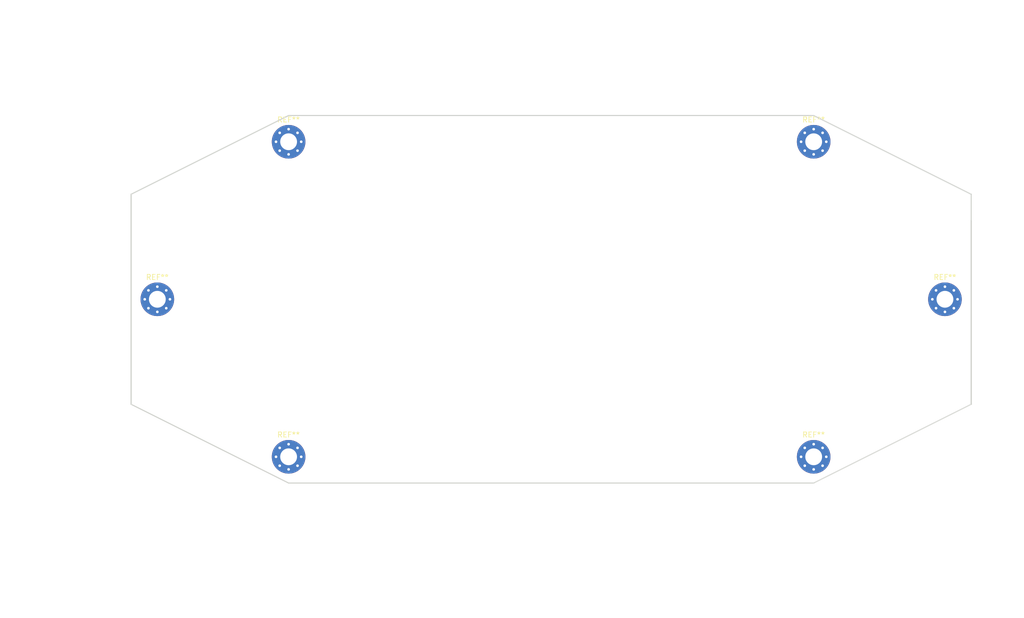
<source format=kicad_pcb>
(kicad_pcb (version 20171130) (host pcbnew 5.1.7-a382d34a8~87~ubuntu20.04.1)

  (general
    (thickness 1.6)
    (drawings 18)
    (tracks 0)
    (zones 0)
    (modules 7)
    (nets 2)
  )

  (page A3)
  (title_block
    (date "26 jul 2013")
  )

  (layers
    (0 F.Cu signal)
    (31 B.Cu signal)
    (32 B.Adhes user)
    (33 F.Adhes user)
    (34 B.Paste user)
    (35 F.Paste user)
    (36 B.SilkS user)
    (37 F.SilkS user)
    (38 B.Mask user)
    (39 F.Mask user)
    (40 Dwgs.User user)
    (41 Cmts.User user)
    (42 Eco1.User user)
    (43 Eco2.User user)
    (44 Edge.Cuts user)
    (45 Margin user)
    (46 B.CrtYd user)
    (47 F.CrtYd user)
    (48 B.Fab user)
    (49 F.Fab user)
  )

  (setup
    (last_trace_width 0.25)
    (user_trace_width 0.1016)
    (user_trace_width 0.127)
    (user_trace_width 0.2032)
    (user_trace_width 0.381)
    (user_trace_width 0.508)
    (user_trace_width 1.016)
    (user_trace_width 1.27)
    (user_trace_width 2.54)
    (trace_clearance 0.15)
    (zone_clearance 0.508)
    (zone_45_only yes)
    (trace_min 0.1016)
    (via_size 0.5)
    (via_drill 0.3)
    (via_min_size 0.4)
    (via_min_drill 0.3)
    (user_via 0.6 0.3)
    (user_via 0.8 0.6)
    (user_via 1.39954 1.00076)
    (user_via 2.54 1.27)
    (user_via 2.54 1.27)
    (user_via 2.54 1.27)
    (user_via 2.79908 1.99898)
    (user_via 2.79908 1.99898)
    (uvia_size 0.3)
    (uvia_drill 0.1)
    (uvias_allowed no)
    (uvia_min_size 0)
    (uvia_min_drill 0)
    (edge_width 0.2)
    (segment_width 0.2)
    (pcb_text_width 0.3)
    (pcb_text_size 1.5 1.5)
    (mod_edge_width 0.15)
    (mod_text_size 1 1)
    (mod_text_width 0.15)
    (pad_size 10 10)
    (pad_drill 5.3)
    (pad_to_mask_clearance 0.2)
    (aux_axis_origin 32.512 75.692)
    (visible_elements FFFFE7FF)
    (pcbplotparams
      (layerselection 0x010f0_ffffffff)
      (usegerberextensions false)
      (usegerberattributes false)
      (usegerberadvancedattributes false)
      (creategerberjobfile false)
      (excludeedgelayer true)
      (linewidth 0.100000)
      (plotframeref false)
      (viasonmask false)
      (mode 1)
      (useauxorigin false)
      (hpglpennumber 1)
      (hpglpenspeed 20)
      (hpglpendiameter 15.000000)
      (psnegative false)
      (psa4output false)
      (plotreference true)
      (plotvalue true)
      (plotinvisibletext false)
      (padsonsilk false)
      (subtractmaskfromsilk false)
      (outputformat 1)
      (mirror false)
      (drillshape 0)
      (scaleselection 1)
      (outputdirectory "PCBMAIN"))
  )

  (net 0 "")
  (net 1 GND)

  (net_class Default "これは標準のネット クラスです。"
    (clearance 0.15)
    (trace_width 0.25)
    (via_dia 0.5)
    (via_drill 0.3)
    (uvia_dia 0.3)
    (uvia_drill 0.1)
  )

  (module MountingHole:MountingHole_3.2mm_M3_Pad_Via (layer F.Cu) (tedit 56DDBCCA) (tstamp 5FA85B2E)
    (at 165 80)
    (descr "Mounting Hole 3.2mm, M3")
    (tags "mounting hole 3.2mm m3")
    (attr virtual)
    (fp_text reference REF** (at 0 -4.2) (layer F.SilkS)
      (effects (font (size 1 1) (thickness 0.15)))
    )
    (fp_text value MountingHole_3.2mm_M3_Pad_Via (at 0 4.2) (layer F.Fab)
      (effects (font (size 1 1) (thickness 0.15)))
    )
    (fp_circle (center 0 0) (end 3.45 0) (layer F.CrtYd) (width 0.05))
    (fp_circle (center 0 0) (end 3.2 0) (layer Cmts.User) (width 0.15))
    (fp_text user %R (at 0.3 0) (layer F.Fab)
      (effects (font (size 1 1) (thickness 0.15)))
    )
    (pad 1 thru_hole circle (at 0 0) (size 6.4 6.4) (drill 3.2) (layers *.Cu *.Mask))
    (pad 1 thru_hole circle (at 2.4 0) (size 0.8 0.8) (drill 0.5) (layers *.Cu *.Mask))
    (pad 1 thru_hole circle (at 1.697056 1.697056) (size 0.8 0.8) (drill 0.5) (layers *.Cu *.Mask))
    (pad 1 thru_hole circle (at 0 2.4) (size 0.8 0.8) (drill 0.5) (layers *.Cu *.Mask))
    (pad 1 thru_hole circle (at -1.697056 1.697056) (size 0.8 0.8) (drill 0.5) (layers *.Cu *.Mask))
    (pad 1 thru_hole circle (at -2.4 0) (size 0.8 0.8) (drill 0.5) (layers *.Cu *.Mask))
    (pad 1 thru_hole circle (at -1.697056 -1.697056) (size 0.8 0.8) (drill 0.5) (layers *.Cu *.Mask))
    (pad 1 thru_hole circle (at 0 -2.4) (size 0.8 0.8) (drill 0.5) (layers *.Cu *.Mask))
    (pad 1 thru_hole circle (at 1.697056 -1.697056) (size 0.8 0.8) (drill 0.5) (layers *.Cu *.Mask))
  )

  (module MountingHole:MountingHole_3.2mm_M3_Pad_Via (layer F.Cu) (tedit 56DDBCCA) (tstamp 5FA85B10)
    (at 190 110)
    (descr "Mounting Hole 3.2mm, M3")
    (tags "mounting hole 3.2mm m3")
    (attr virtual)
    (fp_text reference REF** (at 0 -4.2) (layer F.SilkS)
      (effects (font (size 1 1) (thickness 0.15)))
    )
    (fp_text value MountingHole_3.2mm_M3_Pad_Via (at 0 4.2) (layer F.Fab)
      (effects (font (size 1 1) (thickness 0.15)))
    )
    (fp_text user %R (at 0.3 0) (layer F.Fab)
      (effects (font (size 1 1) (thickness 0.15)))
    )
    (fp_circle (center 0 0) (end 3.2 0) (layer Cmts.User) (width 0.15))
    (fp_circle (center 0 0) (end 3.45 0) (layer F.CrtYd) (width 0.05))
    (pad 1 thru_hole circle (at 1.697056 -1.697056) (size 0.8 0.8) (drill 0.5) (layers *.Cu *.Mask))
    (pad 1 thru_hole circle (at 0 -2.4) (size 0.8 0.8) (drill 0.5) (layers *.Cu *.Mask))
    (pad 1 thru_hole circle (at -1.697056 -1.697056) (size 0.8 0.8) (drill 0.5) (layers *.Cu *.Mask))
    (pad 1 thru_hole circle (at -2.4 0) (size 0.8 0.8) (drill 0.5) (layers *.Cu *.Mask))
    (pad 1 thru_hole circle (at -1.697056 1.697056) (size 0.8 0.8) (drill 0.5) (layers *.Cu *.Mask))
    (pad 1 thru_hole circle (at 0 2.4) (size 0.8 0.8) (drill 0.5) (layers *.Cu *.Mask))
    (pad 1 thru_hole circle (at 1.697056 1.697056) (size 0.8 0.8) (drill 0.5) (layers *.Cu *.Mask))
    (pad 1 thru_hole circle (at 2.4 0) (size 0.8 0.8) (drill 0.5) (layers *.Cu *.Mask))
    (pad 1 thru_hole circle (at 0 0) (size 6.4 6.4) (drill 3.2) (layers *.Cu *.Mask))
  )

  (module MountingHole:MountingHole_3.2mm_M3_Pad_Via (layer F.Cu) (tedit 56DDBCCA) (tstamp 5FA85AF2)
    (at 40 110)
    (descr "Mounting Hole 3.2mm, M3")
    (tags "mounting hole 3.2mm m3")
    (attr virtual)
    (fp_text reference REF** (at 0 -4.2) (layer F.SilkS)
      (effects (font (size 1 1) (thickness 0.15)))
    )
    (fp_text value MountingHole_3.2mm_M3_Pad_Via (at 0 4.2) (layer F.Fab)
      (effects (font (size 1 1) (thickness 0.15)))
    )
    (fp_circle (center 0 0) (end 3.45 0) (layer F.CrtYd) (width 0.05))
    (fp_circle (center 0 0) (end 3.2 0) (layer Cmts.User) (width 0.15))
    (fp_text user %R (at 0.3 0) (layer F.Fab)
      (effects (font (size 1 1) (thickness 0.15)))
    )
    (pad 1 thru_hole circle (at 0 0) (size 6.4 6.4) (drill 3.2) (layers *.Cu *.Mask))
    (pad 1 thru_hole circle (at 2.4 0) (size 0.8 0.8) (drill 0.5) (layers *.Cu *.Mask))
    (pad 1 thru_hole circle (at 1.697056 1.697056) (size 0.8 0.8) (drill 0.5) (layers *.Cu *.Mask))
    (pad 1 thru_hole circle (at 0 2.4) (size 0.8 0.8) (drill 0.5) (layers *.Cu *.Mask))
    (pad 1 thru_hole circle (at -1.697056 1.697056) (size 0.8 0.8) (drill 0.5) (layers *.Cu *.Mask))
    (pad 1 thru_hole circle (at -2.4 0) (size 0.8 0.8) (drill 0.5) (layers *.Cu *.Mask))
    (pad 1 thru_hole circle (at -1.697056 -1.697056) (size 0.8 0.8) (drill 0.5) (layers *.Cu *.Mask))
    (pad 1 thru_hole circle (at 0 -2.4) (size 0.8 0.8) (drill 0.5) (layers *.Cu *.Mask))
    (pad 1 thru_hole circle (at 1.697056 -1.697056) (size 0.8 0.8) (drill 0.5) (layers *.Cu *.Mask))
  )

  (module MountingHole:MountingHole_3.2mm_M3_Pad_Via (layer F.Cu) (tedit 56DDBCCA) (tstamp 5FA85AD4)
    (at 65 80)
    (descr "Mounting Hole 3.2mm, M3")
    (tags "mounting hole 3.2mm m3")
    (attr virtual)
    (fp_text reference REF** (at 0 -4.2) (layer F.SilkS)
      (effects (font (size 1 1) (thickness 0.15)))
    )
    (fp_text value MountingHole_3.2mm_M3_Pad_Via (at 0 4.2) (layer F.Fab)
      (effects (font (size 1 1) (thickness 0.15)))
    )
    (fp_text user %R (at 0.3 0) (layer F.Fab)
      (effects (font (size 1 1) (thickness 0.15)))
    )
    (fp_circle (center 0 0) (end 3.2 0) (layer Cmts.User) (width 0.15))
    (fp_circle (center 0 0) (end 3.45 0) (layer F.CrtYd) (width 0.05))
    (pad 1 thru_hole circle (at 1.697056 -1.697056) (size 0.8 0.8) (drill 0.5) (layers *.Cu *.Mask))
    (pad 1 thru_hole circle (at 0 -2.4) (size 0.8 0.8) (drill 0.5) (layers *.Cu *.Mask))
    (pad 1 thru_hole circle (at -1.697056 -1.697056) (size 0.8 0.8) (drill 0.5) (layers *.Cu *.Mask))
    (pad 1 thru_hole circle (at -2.4 0) (size 0.8 0.8) (drill 0.5) (layers *.Cu *.Mask))
    (pad 1 thru_hole circle (at -1.697056 1.697056) (size 0.8 0.8) (drill 0.5) (layers *.Cu *.Mask))
    (pad 1 thru_hole circle (at 0 2.4) (size 0.8 0.8) (drill 0.5) (layers *.Cu *.Mask))
    (pad 1 thru_hole circle (at 1.697056 1.697056) (size 0.8 0.8) (drill 0.5) (layers *.Cu *.Mask))
    (pad 1 thru_hole circle (at 2.4 0) (size 0.8 0.8) (drill 0.5) (layers *.Cu *.Mask))
    (pad 1 thru_hole circle (at 0 0) (size 6.4 6.4) (drill 3.2) (layers *.Cu *.Mask))
  )

  (module MountingHole:MountingHole_3.2mm_M3_Pad_Via (layer F.Cu) (tedit 56DDBCCA) (tstamp 5FA85AB6)
    (at 165 140)
    (descr "Mounting Hole 3.2mm, M3")
    (tags "mounting hole 3.2mm m3")
    (attr virtual)
    (fp_text reference REF** (at 0 -4.2) (layer F.SilkS)
      (effects (font (size 1 1) (thickness 0.15)))
    )
    (fp_text value MountingHole_3.2mm_M3_Pad_Via (at 0 4.2) (layer F.Fab)
      (effects (font (size 1 1) (thickness 0.15)))
    )
    (fp_circle (center 0 0) (end 3.45 0) (layer F.CrtYd) (width 0.05))
    (fp_circle (center 0 0) (end 3.2 0) (layer Cmts.User) (width 0.15))
    (fp_text user %R (at 0.3 0) (layer F.Fab)
      (effects (font (size 1 1) (thickness 0.15)))
    )
    (pad 1 thru_hole circle (at 0 0) (size 6.4 6.4) (drill 3.2) (layers *.Cu *.Mask))
    (pad 1 thru_hole circle (at 2.4 0) (size 0.8 0.8) (drill 0.5) (layers *.Cu *.Mask))
    (pad 1 thru_hole circle (at 1.697056 1.697056) (size 0.8 0.8) (drill 0.5) (layers *.Cu *.Mask))
    (pad 1 thru_hole circle (at 0 2.4) (size 0.8 0.8) (drill 0.5) (layers *.Cu *.Mask))
    (pad 1 thru_hole circle (at -1.697056 1.697056) (size 0.8 0.8) (drill 0.5) (layers *.Cu *.Mask))
    (pad 1 thru_hole circle (at -2.4 0) (size 0.8 0.8) (drill 0.5) (layers *.Cu *.Mask))
    (pad 1 thru_hole circle (at -1.697056 -1.697056) (size 0.8 0.8) (drill 0.5) (layers *.Cu *.Mask))
    (pad 1 thru_hole circle (at 0 -2.4) (size 0.8 0.8) (drill 0.5) (layers *.Cu *.Mask))
    (pad 1 thru_hole circle (at 1.697056 -1.697056) (size 0.8 0.8) (drill 0.5) (layers *.Cu *.Mask))
  )

  (module MountingHole:MountingHole_3.2mm_M3_Pad_Via (layer F.Cu) (tedit 56DDBCCA) (tstamp 5FA85AB3)
    (at 65 140)
    (descr "Mounting Hole 3.2mm, M3")
    (tags "mounting hole 3.2mm m3")
    (attr virtual)
    (fp_text reference REF** (at 0 -4.2) (layer F.SilkS)
      (effects (font (size 1 1) (thickness 0.15)))
    )
    (fp_text value MountingHole_3.2mm_M3_Pad_Via (at 0 4.2) (layer F.Fab)
      (effects (font (size 1 1) (thickness 0.15)))
    )
    (fp_text user %R (at 0.3 0) (layer F.Fab)
      (effects (font (size 1 1) (thickness 0.15)))
    )
    (fp_circle (center 0 0) (end 3.2 0) (layer Cmts.User) (width 0.15))
    (fp_circle (center 0 0) (end 3.45 0) (layer F.CrtYd) (width 0.05))
    (pad 1 thru_hole circle (at 1.697056 -1.697056) (size 0.8 0.8) (drill 0.5) (layers *.Cu *.Mask))
    (pad 1 thru_hole circle (at 0 -2.4) (size 0.8 0.8) (drill 0.5) (layers *.Cu *.Mask))
    (pad 1 thru_hole circle (at -1.697056 -1.697056) (size 0.8 0.8) (drill 0.5) (layers *.Cu *.Mask))
    (pad 1 thru_hole circle (at -2.4 0) (size 0.8 0.8) (drill 0.5) (layers *.Cu *.Mask))
    (pad 1 thru_hole circle (at -1.697056 1.697056) (size 0.8 0.8) (drill 0.5) (layers *.Cu *.Mask))
    (pad 1 thru_hole circle (at 0 2.4) (size 0.8 0.8) (drill 0.5) (layers *.Cu *.Mask))
    (pad 1 thru_hole circle (at 1.697056 1.697056) (size 0.8 0.8) (drill 0.5) (layers *.Cu *.Mask))
    (pad 1 thru_hole circle (at 2.4 0) (size 0.8 0.8) (drill 0.5) (layers *.Cu *.Mask))
    (pad 1 thru_hole circle (at 0 0) (size 6.4 6.4) (drill 3.2) (layers *.Cu *.Mask))
  )

  (module Wire_Pads:SolderWirePad_single_1-2mmDrill (layer F.Cu) (tedit 5B755C65) (tstamp 5AF31261)
    (at 26.0756 81.8798)
    (fp_text reference REF** (at 0 -3.81) (layer F.SilkS) hide
      (effects (font (size 1 1) (thickness 0.15)))
    )
    (fp_text value SolderWirePad_single_1-2mmDrill (at -1.905 3.175) (layer F.Fab) hide
      (effects (font (size 1 1) (thickness 0.15)))
    )
  )

  (dimension 50 (width 0.15) (layer Eco1.User)
    (gr_text "50.000 mm" (at 90 53.7) (layer Eco1.User)
      (effects (font (size 1 1) (thickness 0.15)))
    )
    (feature1 (pts (xy 115 145) (xy 115 54.413579)))
    (feature2 (pts (xy 65 145) (xy 65 54.413579)))
    (crossbar (pts (xy 65 55) (xy 115 55)))
    (arrow1a (pts (xy 115 55) (xy 113.873496 55.586421)))
    (arrow1b (pts (xy 115 55) (xy 113.873496 54.413579)))
    (arrow2a (pts (xy 65 55) (xy 66.126504 55.586421)))
    (arrow2b (pts (xy 65 55) (xy 66.126504 54.413579)))
  )
  (gr_line (start 30 110) (end 205 110) (layer Eco1.User) (width 0.15))
  (gr_line (start 195 90) (end 195 130) (layer Edge.Cuts) (width 0.2) (tstamp 5FA854B3))
  (gr_line (start 165 75) (end 195 90) (layer Edge.Cuts) (width 0.2))
  (gr_line (start 65 145) (end 35 130) (layer Edge.Cuts) (width 0.2) (tstamp 5FA8549D))
  (gr_line (start 35 90) (end 35 130) (layer Edge.Cuts) (width 0.2) (tstamp 5FA8549C))
  (gr_line (start 165 75) (end 65 75) (layer Edge.Cuts) (width 0.2) (tstamp 5FA8549B))
  (gr_line (start 195 130) (end 195 95) (layer Edge.Cuts) (width 0.2))
  (gr_line (start 165 145) (end 195 130) (layer Edge.Cuts) (width 0.2))
  (gr_line (start 65 145) (end 165 145) (layer Edge.Cuts) (width 0.2))
  (dimension 60 (width 0.15) (layer Eco1.User)
    (gr_text "60.000 mm" (at 18.7 110 90) (layer Eco1.User)
      (effects (font (size 1 1) (thickness 0.15)))
    )
    (feature1 (pts (xy 35 80) (xy 19.413579 80)))
    (feature2 (pts (xy 35 140) (xy 19.413579 140)))
    (crossbar (pts (xy 20 140) (xy 20 80)))
    (arrow1a (pts (xy 20 80) (xy 20.586421 81.126504)))
    (arrow1b (pts (xy 20 80) (xy 19.413579 81.126504)))
    (arrow2a (pts (xy 20 140) (xy 20.586421 138.873496)))
    (arrow2b (pts (xy 20 140) (xy 19.413579 138.873496)))
  )
  (dimension 70 (width 0.15) (layer Eco1.User)
    (gr_text "70.000 mm" (at 13.7 110 90) (layer Eco1.User)
      (effects (font (size 1 1) (thickness 0.15)))
    )
    (feature1 (pts (xy 35 75) (xy 14.413579 75)))
    (feature2 (pts (xy 35 145) (xy 14.413579 145)))
    (crossbar (pts (xy 15 145) (xy 15 75)))
    (arrow1a (pts (xy 15 75) (xy 15.586421 76.126504)))
    (arrow1b (pts (xy 15 75) (xy 14.413579 76.126504)))
    (arrow2a (pts (xy 15 145) (xy 15.586421 143.873496)))
    (arrow2b (pts (xy 15 145) (xy 14.413579 143.873496)))
  )
  (dimension 40 (width 0.15) (layer Eco1.User)
    (gr_text "40.000 mm" (at 23.7 110 90) (layer Eco1.User)
      (effects (font (size 1 1) (thickness 0.15)))
    )
    (feature1 (pts (xy 35 90) (xy 24.413579 90)))
    (feature2 (pts (xy 35 130) (xy 24.413579 130)))
    (crossbar (pts (xy 25 130) (xy 25 90)))
    (arrow1a (pts (xy 25 90) (xy 25.586421 91.126504)))
    (arrow1b (pts (xy 25 90) (xy 24.413579 91.126504)))
    (arrow2a (pts (xy 25 130) (xy 25.586421 128.873496)))
    (arrow2b (pts (xy 25 130) (xy 24.413579 128.873496)))
  )
  (dimension 160 (width 0.15) (layer Eco1.User)
    (gr_text "160.000 mm" (at 115 171.3) (layer Eco1.User)
      (effects (font (size 1 1) (thickness 0.15)))
    )
    (feature1 (pts (xy 195 130) (xy 195 170.586421)))
    (feature2 (pts (xy 35 130) (xy 35 170.586421)))
    (crossbar (pts (xy 35 170) (xy 195 170)))
    (arrow1a (pts (xy 195 170) (xy 193.873496 170.586421)))
    (arrow1b (pts (xy 195 170) (xy 193.873496 169.413579)))
    (arrow2a (pts (xy 35 170) (xy 36.126504 170.586421)))
    (arrow2b (pts (xy 35 170) (xy 36.126504 169.413579)))
  )
  (dimension 100 (width 0.15) (layer Eco1.User)
    (gr_text "100.000 mm" (at 115 156.3) (layer Eco1.User)
      (effects (font (size 1 1) (thickness 0.15)))
    )
    (feature1 (pts (xy 165 130) (xy 165 155.586421)))
    (feature2 (pts (xy 65 130) (xy 65 155.586421)))
    (crossbar (pts (xy 65 155) (xy 165 155)))
    (arrow1a (pts (xy 165 155) (xy 163.873496 155.586421)))
    (arrow1b (pts (xy 165 155) (xy 163.873496 154.413579)))
    (arrow2a (pts (xy 65 155) (xy 66.126504 155.586421)))
    (arrow2b (pts (xy 65 155) (xy 66.126504 154.413579)))
  )
  (dimension 30 (width 0.15) (layer Eco1.User)
    (gr_text "30.000 mm" (at 50 156.3) (layer Eco1.User)
      (effects (font (size 1 1) (thickness 0.15)))
    )
    (feature1 (pts (xy 65 130) (xy 65 155.586421)))
    (feature2 (pts (xy 35 130) (xy 35 155.586421)))
    (crossbar (pts (xy 35 155) (xy 65 155)))
    (arrow1a (pts (xy 65 155) (xy 63.873496 155.586421)))
    (arrow1b (pts (xy 65 155) (xy 63.873496 154.413579)))
    (arrow2a (pts (xy 35 155) (xy 36.126504 155.586421)))
    (arrow2b (pts (xy 35 155) (xy 36.126504 154.413579)))
  )
  (gr_line (start 35 90) (end 35 130) (layer Edge.Cuts) (width 0.2))
  (gr_line (start 65 75) (end 35 90) (layer Edge.Cuts) (width 0.2) (tstamp 5FA8549A))

  (zone (net 1) (net_name GND) (layer F.Cu) (tstamp 0) (hatch edge 0.508)
    (connect_pads (clearance 0.508))
    (min_thickness 0.254)
    (fill yes (arc_segments 32) (thermal_gap 0.508) (thermal_bridge_width 0.508))
    (polygon
      (pts
        (xy 195 90) (xy 195 130) (xy 165 145) (xy 65 145) (xy 35 130)
        (xy 35 90) (xy 65 75) (xy 165 75)
      )
    )
  )
  (zone (net 1) (net_name GND) (layer B.Cu) (tstamp 0) (hatch edge 0.508)
    (connect_pads (clearance 0.508))
    (min_thickness 0.254)
    (fill yes (arc_segments 32) (thermal_gap 0.508) (thermal_bridge_width 0.508))
    (polygon
      (pts
        (xy 195 90) (xy 195 130) (xy 165 145) (xy 65 145) (xy 35 130)
        (xy 35 90) (xy 65 75) (xy 165 75)
      )
    )
  )
)

</source>
